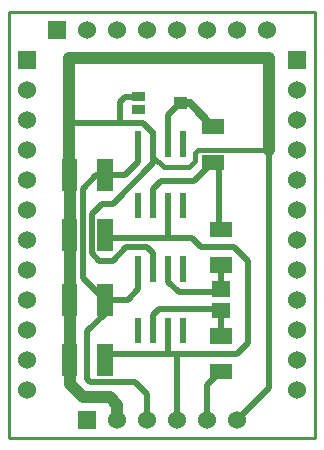
<source format=gbr>
G04 start of page 2 for group 0 idx 0 *
G04 Title: (unknown), component *
G04 Creator: pcb 20100929 *
G04 CreationDate: Wed Oct  5 20:03:28 2011 UTC *
G04 For: user1 *
G04 Format: Gerber/RS-274X *
G04 PCB-Dimensions: 103000 143000 *
G04 PCB-Coordinate-Origin: lower left *
%MOIN*%
%FSLAX25Y25*%
%LNFRONT*%
%ADD11C,0.0150*%
%ADD12C,0.0200*%
%ADD13C,0.0250*%
%ADD14C,0.0400*%
%ADD15C,0.0100*%
%ADD16C,0.0600*%
%ADD17R,0.0512X0.0512*%
%ADD18R,0.0200X0.0200*%
%ADD19R,0.0315X0.0315*%
%ADD20R,0.0315X0.0315*%
%ADD21R,0.0394X0.0394*%
%ADD22C,0.0380*%
G54D11*X48500Y94250D02*X52000Y90750D01*
X60500D02*X62500Y92750D01*
X52000Y90750D02*X60500D01*
X62500Y92750D02*Y95500D01*
G54D12*X62146Y86000D02*X68500Y92354D01*
X70405Y90449D02*X68500Y92354D01*
X70405Y70500D02*Y90449D01*
X69595Y59500D02*X71000Y58095D01*
X70405Y70500D02*X71000Y69905D01*
X61500Y67000D02*X64500Y64000D01*
G54D11*X63500Y96500D02*X85500D01*
X62500Y95500D02*X63500Y96500D01*
G54D12*X51000Y86000D02*X62146D01*
X48500Y83500D02*X51000Y86000D01*
X48500Y78000D02*Y83500D01*
X53500Y78000D02*Y67000D01*
X64500Y64000D02*X75500D01*
X48500Y92000D02*Y102000D01*
X53500Y98500D02*Y107994D01*
G54D13*X57507Y112001D02*X60663D01*
G54D12*X53500Y107994D02*X57507Y112001D01*
G54D13*X60663D02*X68500Y104164D01*
G54D11*Y104250D01*
G54D14*X20500Y127250D02*X87000D01*
Y96500D02*Y127250D01*
G54D15*X500Y142500D02*X102500D01*
G54D12*X35000Y59500D02*X39500Y64000D01*
X28000Y62000D02*X30500Y59500D01*
X35000D01*
X25000Y53905D02*X32405Y46500D01*
X31905Y46000D02*X32405Y46500D01*
X26500Y36000D02*Y20000D01*
X27500Y19000D01*
X42500D01*
X25000Y83500D02*Y53905D01*
X33405Y67000D02*X32405Y68000D01*
X31500Y78500D02*X28000Y75000D01*
Y62000D01*
G54D14*X20595Y88000D02*X20690Y26905D01*
G54D15*X500Y500D02*Y142500D01*
G54D12*X48500Y102000D02*X45000Y105500D01*
X43500Y98500D02*Y95595D01*
X39000Y88000D02*X43500Y92500D01*
Y98500D01*
X48500Y92000D02*X35000Y78500D01*
X31500D01*
X37500Y112500D02*Y105500D01*
G54D14*X20500Y127250D02*Y88095D01*
G54D12*X45000Y105500D02*X20500D01*
X43530Y114166D02*X39166D01*
X37500Y112500D01*
G54D14*X20500Y88095D02*X20595Y88000D01*
G54D12*X29500D02*X25000Y83500D01*
X29500Y88000D02*X39000D01*
X53500Y56750D02*Y52500D01*
X61500Y67000D02*X33405D01*
X40000Y46500D02*X32405D01*
X39500Y64000D02*X46500D01*
G54D15*X102500Y142500D02*Y500D01*
X500D01*
G54D12*X56500Y6500D02*Y28500D01*
X80000Y59500D02*Y32000D01*
X87000Y17000D02*X76500Y6500D01*
X75500Y64000D02*X80000Y59500D01*
X76500Y28500D02*X80000Y32000D01*
X69457Y48500D02*X71000Y50043D01*
Y42957D02*Y34405D01*
X70905Y22500D02*X71000Y22595D01*
X87000Y97000D02*Y17000D01*
X53500Y52500D02*X57000Y49000D01*
X69957D01*
X71000Y50043D02*Y58095D01*
X69957Y49000D02*X71000Y50043D01*
X46500Y64000D02*X48500Y62000D01*
Y56750D01*
X43500D02*Y50000D01*
X40000Y46500D01*
X48500Y36250D02*Y41500D01*
X42500Y19000D02*X46500Y15000D01*
X53500Y36250D02*Y28500D01*
X46500Y15000D02*Y6500D01*
X66500D02*Y18095D01*
X34405Y28500D02*X32405Y26500D01*
Y41905D02*X26500Y36000D01*
X32405Y49155D02*Y41905D01*
X48500Y41500D02*X50500Y43500D01*
X70457D01*
X71000Y42957D01*
X76500Y28500D02*X34405D01*
X66500Y18095D02*X71000Y22595D01*
G54D14*X34000Y14000D02*X36500Y11500D01*
X25000Y14000D02*X34000D01*
X20595Y18405D02*X25000Y14000D01*
X20595Y26500D02*Y18405D01*
X36500Y11500D02*Y6500D01*
G54D16*X6500Y86500D03*
Y76500D03*
Y66500D03*
Y56500D03*
Y46500D03*
Y36500D03*
Y26500D03*
Y16500D03*
G54D12*G36*
X23500Y9500D02*Y3500D01*
X29500D01*
Y9500D01*
X23500D01*
G37*
G54D16*X36500Y6500D03*
X46500D03*
X56500D03*
X66500D03*
X76500D03*
X96500Y96500D03*
Y86500D03*
Y76500D03*
Y66500D03*
G54D12*G36*
X93500Y129500D02*Y123500D01*
X99500D01*
Y129500D01*
X93500D01*
G37*
G54D16*X96500Y116500D03*
Y106500D03*
Y56500D03*
Y46500D03*
Y36500D03*
Y26500D03*
Y16500D03*
G54D12*G36*
X3500Y129500D02*Y123500D01*
X9500D01*
Y129500D01*
X3500D01*
G37*
G54D16*X6500Y116500D03*
Y106500D03*
Y96500D03*
G54D12*G36*
X13500Y139500D02*Y133500D01*
X19500D01*
Y139500D01*
X13500D01*
G37*
G54D16*X26500Y136500D03*
X36500D03*
X46500D03*
X56500D03*
X66500D03*
X76500D03*
X86500D03*
G54D17*X69819Y69905D02*X72181D01*
X69819Y58095D02*X72181D01*
X70607Y50043D02*X71393D01*
X70607Y42957D02*X71393D01*
X69819Y34405D02*X72181D01*
X69819Y22595D02*X72181D01*
G54D18*X58500Y60000D02*Y53500D01*
X53500Y60000D02*Y53500D01*
X48500Y60000D02*Y53500D01*
X43500Y60000D02*Y53500D01*
Y39500D02*Y33000D01*
X48500Y39500D02*Y33000D01*
X53500Y39500D02*Y33000D01*
X58500Y39500D02*Y33000D01*
G54D17*X20595Y70755D02*Y65245D01*
Y29255D02*Y23745D01*
Y49255D02*Y43745D01*
X32405Y70755D02*Y65245D01*
Y29255D02*Y23745D01*
Y49255D02*Y43745D01*
G54D18*X43500Y81250D02*Y74750D01*
X48500Y81250D02*Y74750D01*
X53500Y81250D02*Y74750D01*
G54D17*X20595Y90755D02*Y85245D01*
X32405Y90755D02*Y85245D01*
G54D18*X58500Y101750D02*Y95250D01*
X53500Y101750D02*Y95250D01*
X48500Y101750D02*Y95250D01*
X43500Y101750D02*Y95250D01*
X58500Y81250D02*Y74750D01*
G54D17*X67319Y104164D02*X69681D01*
X67319Y92354D02*X69681D01*
G54D19*X42940Y114166D02*X44121D01*
G54D20*X42941Y109835D02*X44121D01*
G54D21*X57310Y112001D02*X57704D01*
G54D22*M02*

</source>
